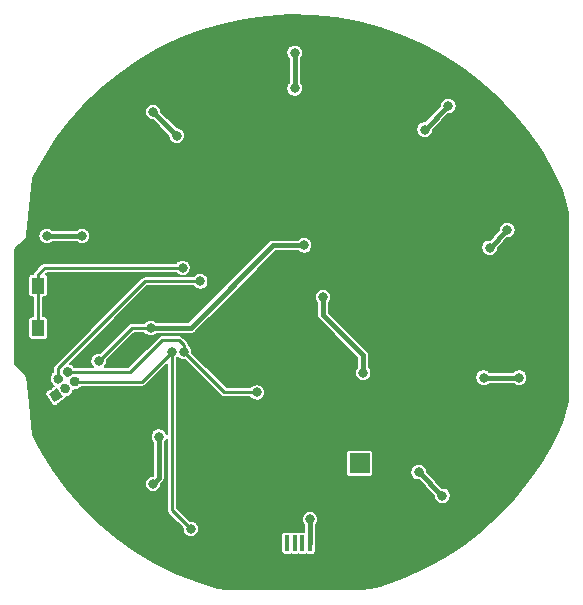
<source format=gbl>
G04 #@! TF.GenerationSoftware,KiCad,Pcbnew,(5.1.10)-1*
G04 #@! TF.CreationDate,2022-01-26T20:28:20-05:00*
G04 #@! TF.ProjectId,FestivalNecklace,46657374-6976-4616-9c4e-65636b6c6163,rev?*
G04 #@! TF.SameCoordinates,Original*
G04 #@! TF.FileFunction,Copper,L2,Bot*
G04 #@! TF.FilePolarity,Positive*
%FSLAX46Y46*%
G04 Gerber Fmt 4.6, Leading zero omitted, Abs format (unit mm)*
G04 Created by KiCad (PCBNEW (5.1.10)-1) date 2022-01-26 20:28:20*
%MOMM*%
%LPD*%
G01*
G04 APERTURE LIST*
G04 #@! TA.AperFunction,ComponentPad*
%ADD10O,1.700000X1.700000*%
G04 #@! TD*
G04 #@! TA.AperFunction,ComponentPad*
%ADD11R,1.700000X1.700000*%
G04 #@! TD*
G04 #@! TA.AperFunction,SMDPad,CuDef*
%ADD12R,1.050000X1.400000*%
G04 #@! TD*
G04 #@! TA.AperFunction,ComponentPad*
%ADD13C,0.150000*%
G04 #@! TD*
G04 #@! TA.AperFunction,SMDPad,CuDef*
%ADD14R,0.400000X1.350000*%
G04 #@! TD*
G04 #@! TA.AperFunction,SMDPad,CuDef*
%ADD15R,2.100000X1.600000*%
G04 #@! TD*
G04 #@! TA.AperFunction,SMDPad,CuDef*
%ADD16R,1.900000X1.900000*%
G04 #@! TD*
G04 #@! TA.AperFunction,SMDPad,CuDef*
%ADD17R,1.800000X1.900000*%
G04 #@! TD*
G04 #@! TA.AperFunction,ViaPad*
%ADD18C,0.800000*%
G04 #@! TD*
G04 #@! TA.AperFunction,Conductor*
%ADD19C,0.400000*%
G04 #@! TD*
G04 #@! TA.AperFunction,Conductor*
%ADD20C,0.250000*%
G04 #@! TD*
G04 #@! TA.AperFunction,Conductor*
%ADD21C,0.200000*%
G04 #@! TD*
G04 #@! TA.AperFunction,Conductor*
%ADD22C,0.150000*%
G04 #@! TD*
G04 APERTURE END LIST*
D10*
X108040000Y-113250000D03*
D11*
X105500000Y-113250000D03*
D12*
X78275000Y-101800000D03*
X79725000Y-101800000D03*
X79725000Y-98200000D03*
X78275000Y-98200000D03*
G04 #@! TA.AperFunction,ComponentPad*
G36*
G01*
X81030058Y-105859245D02*
X81030058Y-105859245D01*
G75*
G02*
X80436417Y-105765222I-249809J343832D01*
G01*
X80436417Y-105765222D01*
G75*
G02*
X80530440Y-105171581I343832J249809D01*
G01*
X80530440Y-105171581D01*
G75*
G02*
X81124081Y-105265604I249809J-343832D01*
G01*
X81124081Y-105265604D01*
G75*
G02*
X81030058Y-105859245I-343832J-249809D01*
G01*
G37*
G04 #@! TD.AperFunction*
G04 #@! TA.AperFunction,ComponentPad*
G36*
G01*
X81617843Y-106668261D02*
X81617843Y-106668261D01*
G75*
G02*
X81024202Y-106574238I-249809J343832D01*
G01*
X81024202Y-106574238D01*
G75*
G02*
X81118225Y-105980597I343832J249809D01*
G01*
X81118225Y-105980597D01*
G75*
G02*
X81711866Y-106074620I249809J-343832D01*
G01*
X81711866Y-106074620D01*
G75*
G02*
X81617843Y-106668261I-343832J-249809D01*
G01*
G37*
G04 #@! TD.AperFunction*
G04 #@! TA.AperFunction,ComponentPad*
G36*
G01*
X80221041Y-106447030D02*
X80221041Y-106447030D01*
G75*
G02*
X79627400Y-106353007I-249809J343832D01*
G01*
X79627400Y-106353007D01*
G75*
G02*
X79721423Y-105759366I343832J249809D01*
G01*
X79721423Y-105759366D01*
G75*
G02*
X80315064Y-105853389I249809J-343832D01*
G01*
X80315064Y-105853389D01*
G75*
G02*
X80221041Y-106447030I-343832J-249809D01*
G01*
G37*
G04 #@! TD.AperFunction*
G04 #@! TA.AperFunction,ComponentPad*
G36*
G01*
X80808826Y-107256047D02*
X80808826Y-107256047D01*
G75*
G02*
X80215185Y-107162024I-249809J343832D01*
G01*
X80215185Y-107162024D01*
G75*
G02*
X80309208Y-106568383I343832J249809D01*
G01*
X80309208Y-106568383D01*
G75*
G02*
X80902849Y-106662406I249809J-343832D01*
G01*
X80902849Y-106662406D01*
G75*
G02*
X80808826Y-107256047I-343832J-249809D01*
G01*
G37*
G04 #@! TD.AperFunction*
G04 #@! TA.AperFunction,ComponentPad*
G36*
G01*
X79412024Y-107034815D02*
X79412024Y-107034815D01*
G75*
G02*
X78818383Y-106940792I-249809J343832D01*
G01*
X78818383Y-106940792D01*
G75*
G02*
X78912406Y-106347151I343832J249809D01*
G01*
X78912406Y-106347151D01*
G75*
G02*
X79506047Y-106441174I249809J-343832D01*
G01*
X79506047Y-106441174D01*
G75*
G02*
X79412024Y-107034815I-343832J-249809D01*
G01*
G37*
G04 #@! TD.AperFunction*
G04 #@! TA.AperFunction,ComponentPad*
D13*
G36*
X80343641Y-107594023D02*
G01*
X79655977Y-108093641D01*
X79156359Y-107405977D01*
X79844023Y-106906359D01*
X80343641Y-107594023D01*
G37*
G04 #@! TD.AperFunction*
D14*
X100000000Y-120000000D03*
X100650000Y-120000000D03*
X99350000Y-120000000D03*
X101300000Y-120000000D03*
X98700000Y-120000000D03*
D15*
X103100000Y-120125000D03*
X96900000Y-120125000D03*
D16*
X101200000Y-122675000D03*
X98800000Y-122675000D03*
D17*
X103800000Y-122675000D03*
X96200000Y-122675000D03*
D18*
X116000000Y-106000000D03*
X119000000Y-106000000D03*
X116500000Y-95000000D03*
X118000000Y-93500000D03*
X111000000Y-85000000D03*
X113000000Y-83000000D03*
X100000000Y-81500000D03*
X100000000Y-78500000D03*
X90000000Y-85500000D03*
X88000000Y-83500000D03*
X82000000Y-94000000D03*
X79000000Y-94000000D03*
X88500000Y-111000000D03*
X88000000Y-115000000D03*
X110500000Y-114000000D03*
X112500000Y-116000000D03*
X99750000Y-105000000D03*
X99750000Y-106000000D03*
X99750000Y-107000000D03*
X101250000Y-103750000D03*
X100250000Y-104000000D03*
X102250000Y-103750000D03*
X103250000Y-103750000D03*
X92000000Y-115500000D03*
X84500000Y-108000000D03*
X87500000Y-88000000D03*
X92500000Y-95500000D03*
X97000000Y-83000000D03*
X108000000Y-84500000D03*
X115500000Y-90000000D03*
X112000000Y-112500000D03*
X102500000Y-117000000D03*
X87000000Y-99750000D03*
X105750000Y-107750000D03*
X101500000Y-108250000D03*
X100250000Y-108000000D03*
X100939820Y-111560202D03*
X107650000Y-105250000D03*
X113250000Y-108650000D03*
X95750000Y-116050006D03*
X105799994Y-100250000D03*
X118350004Y-103850004D03*
X82949942Y-97550000D03*
X108949977Y-109750023D03*
X92000000Y-97850000D03*
X90599996Y-103800000D03*
X96800000Y-107250000D03*
X90499993Y-96699993D03*
X89599993Y-103800000D03*
X91200000Y-118800000D03*
X87800000Y-101800000D03*
X100800000Y-94800000D03*
X83400000Y-104600000D03*
X101300000Y-118000000D03*
X105800000Y-105600000D03*
X102400000Y-99200000D03*
D19*
X116000000Y-106000000D02*
X119000000Y-106000000D01*
X116500000Y-95000000D02*
X118000000Y-93500000D01*
X111000000Y-85000000D02*
X113000000Y-83000000D01*
X100000000Y-81500000D02*
X100000000Y-78500000D01*
X90000000Y-85500000D02*
X88000000Y-83500000D01*
X82000000Y-94000000D02*
X79000000Y-94000000D01*
X88500000Y-111000000D02*
X88500000Y-114500000D01*
X88500000Y-114500000D02*
X88000000Y-115000000D01*
X110500000Y-114000000D02*
X112500000Y-116000000D01*
D20*
X79725000Y-101800000D02*
X79725000Y-98200000D01*
X87335660Y-97850000D02*
X92000000Y-97850000D01*
X79971232Y-105214428D02*
X87335660Y-97850000D01*
X79971232Y-106103198D02*
X79971232Y-105214428D01*
X90599996Y-103234315D02*
X90599996Y-103800000D01*
X90165681Y-102800000D02*
X90599996Y-103234315D01*
X88800000Y-102800000D02*
X90165681Y-102800000D01*
X86084587Y-105515413D02*
X88800000Y-102800000D01*
X80780249Y-105515413D02*
X86084587Y-105515413D01*
X94049996Y-107250000D02*
X96800000Y-107250000D01*
X90599996Y-103800000D02*
X94049996Y-107250000D01*
X78275000Y-98200000D02*
X78275000Y-101800000D01*
X78275000Y-98200000D02*
X78275000Y-97250000D01*
X78275000Y-97250000D02*
X78825007Y-96699993D01*
X78825007Y-96699993D02*
X90499993Y-96699993D01*
X89599993Y-117199993D02*
X91200000Y-118800000D01*
X89599993Y-103800000D02*
X89599993Y-117199993D01*
X87075564Y-106324429D02*
X89599993Y-103800000D01*
X81368034Y-106324429D02*
X87075564Y-106324429D01*
X87800000Y-101800000D02*
X90200000Y-101800000D01*
D19*
X98200000Y-94800000D02*
X100800000Y-94800000D01*
X91200000Y-101800000D02*
X98200000Y-94800000D01*
X87800000Y-101800000D02*
X91200000Y-101800000D01*
D20*
X86200000Y-101800000D02*
X83400000Y-104600000D01*
X87800000Y-101800000D02*
X86200000Y-101800000D01*
D19*
X101300000Y-120000000D02*
X101300000Y-118000000D01*
X102400000Y-100700000D02*
X102400000Y-99200000D01*
X105800000Y-104100000D02*
X102400000Y-100700000D01*
X105800000Y-105600000D02*
X105800000Y-104100000D01*
D21*
X101529359Y-75372692D02*
X103456875Y-75568601D01*
X105363078Y-75915137D01*
X107236220Y-76410164D01*
X109064763Y-77050636D01*
X110837400Y-77832591D01*
X112543234Y-78751222D01*
X114171719Y-79800851D01*
X115712839Y-80975018D01*
X117157096Y-82266491D01*
X118495549Y-83667274D01*
X119719984Y-85168766D01*
X120822844Y-86761705D01*
X121797352Y-88436312D01*
X122622257Y-90148617D01*
X123175001Y-92046372D01*
X123175000Y-107953632D01*
X122622278Y-109851311D01*
X121786807Y-111583536D01*
X120810803Y-113257214D01*
X119706504Y-114849139D01*
X118480702Y-116349522D01*
X117140964Y-117749100D01*
X115695548Y-119039250D01*
X114153358Y-120212018D01*
X112523917Y-121260168D01*
X110817250Y-122177249D01*
X109043897Y-122957595D01*
X107209759Y-123598156D01*
X106921444Y-123684276D01*
X105717822Y-123925000D01*
X94274545Y-123925000D01*
X93538061Y-123813088D01*
X91700889Y-123237211D01*
X89903300Y-122514437D01*
X88167961Y-121652853D01*
X86505569Y-120657772D01*
X84926385Y-119535335D01*
X83440117Y-118292443D01*
X82055961Y-116936784D01*
X80782436Y-115476707D01*
X79627387Y-113921201D01*
X78597409Y-112279016D01*
X77856758Y-110883099D01*
X77480750Y-107417812D01*
X78855140Y-107417812D01*
X78863237Y-107476350D01*
X78882598Y-107532183D01*
X78912480Y-107583166D01*
X79412098Y-108270830D01*
X79451352Y-108315003D01*
X79498469Y-108350670D01*
X79551640Y-108376460D01*
X79608820Y-108391381D01*
X79667812Y-108394860D01*
X79726350Y-108386763D01*
X79782183Y-108367402D01*
X79833166Y-108337520D01*
X80520830Y-107837902D01*
X80565003Y-107798648D01*
X80600670Y-107751531D01*
X80626460Y-107698360D01*
X80641381Y-107641180D01*
X80641748Y-107634962D01*
X80770492Y-107609354D01*
X80902433Y-107554702D01*
X81021178Y-107475359D01*
X81122161Y-107374376D01*
X81201504Y-107255631D01*
X81256156Y-107123690D01*
X81271905Y-107044511D01*
X81296628Y-107049429D01*
X81439440Y-107049429D01*
X81579509Y-107021568D01*
X81711450Y-106966916D01*
X81830195Y-106887573D01*
X81931178Y-106786590D01*
X81956008Y-106749429D01*
X87054697Y-106749429D01*
X87075564Y-106751484D01*
X87096431Y-106749429D01*
X87096438Y-106749429D01*
X87158878Y-106743279D01*
X87238991Y-106718977D01*
X87312824Y-106679513D01*
X87377538Y-106626403D01*
X87390847Y-106610186D01*
X89174993Y-104826041D01*
X89174994Y-110805342D01*
X89173099Y-110795818D01*
X89120332Y-110668426D01*
X89043726Y-110553776D01*
X88946224Y-110456274D01*
X88831574Y-110379668D01*
X88704182Y-110326901D01*
X88568944Y-110300000D01*
X88431056Y-110300000D01*
X88295818Y-110326901D01*
X88168426Y-110379668D01*
X88053776Y-110456274D01*
X87956274Y-110553776D01*
X87879668Y-110668426D01*
X87826901Y-110795818D01*
X87800000Y-110931056D01*
X87800000Y-111068944D01*
X87826901Y-111204182D01*
X87879668Y-111331574D01*
X87956274Y-111446224D01*
X88000000Y-111489950D01*
X88000001Y-114292893D01*
X87992894Y-114300000D01*
X87931056Y-114300000D01*
X87795818Y-114326901D01*
X87668426Y-114379668D01*
X87553776Y-114456274D01*
X87456274Y-114553776D01*
X87379668Y-114668426D01*
X87326901Y-114795818D01*
X87300000Y-114931056D01*
X87300000Y-115068944D01*
X87326901Y-115204182D01*
X87379668Y-115331574D01*
X87456274Y-115446224D01*
X87553776Y-115543726D01*
X87668426Y-115620332D01*
X87795818Y-115673099D01*
X87931056Y-115700000D01*
X88068944Y-115700000D01*
X88204182Y-115673099D01*
X88331574Y-115620332D01*
X88446224Y-115543726D01*
X88543726Y-115446224D01*
X88620332Y-115331574D01*
X88673099Y-115204182D01*
X88700000Y-115068944D01*
X88700000Y-115007106D01*
X88836186Y-114870921D01*
X88855264Y-114855264D01*
X88917746Y-114779129D01*
X88964175Y-114692267D01*
X88992765Y-114598017D01*
X89000000Y-114524560D01*
X89002419Y-114500000D01*
X89000000Y-114475440D01*
X89000000Y-111489950D01*
X89043726Y-111446224D01*
X89120332Y-111331574D01*
X89173099Y-111204182D01*
X89174994Y-111194658D01*
X89174994Y-117179116D01*
X89172938Y-117199993D01*
X89181143Y-117283307D01*
X89194368Y-117326901D01*
X89205446Y-117363420D01*
X89244910Y-117437253D01*
X89264872Y-117461576D01*
X89284113Y-117485021D01*
X89298020Y-117501967D01*
X89314232Y-117515272D01*
X90504980Y-118706020D01*
X90500000Y-118731056D01*
X90500000Y-118868944D01*
X90526901Y-119004182D01*
X90579668Y-119131574D01*
X90656274Y-119246224D01*
X90753776Y-119343726D01*
X90868426Y-119420332D01*
X90995818Y-119473099D01*
X91131056Y-119500000D01*
X91268944Y-119500000D01*
X91404182Y-119473099D01*
X91531574Y-119420332D01*
X91646224Y-119343726D01*
X91664950Y-119325000D01*
X98848549Y-119325000D01*
X98848549Y-120675000D01*
X98854341Y-120733810D01*
X98871496Y-120790360D01*
X98899353Y-120842477D01*
X98936842Y-120888158D01*
X98982523Y-120925647D01*
X99034640Y-120953504D01*
X99091190Y-120970659D01*
X99150000Y-120976451D01*
X99550000Y-120976451D01*
X99608810Y-120970659D01*
X99665360Y-120953504D01*
X99675000Y-120948351D01*
X99684640Y-120953504D01*
X99741190Y-120970659D01*
X99800000Y-120976451D01*
X100200000Y-120976451D01*
X100258810Y-120970659D01*
X100315360Y-120953504D01*
X100325000Y-120948351D01*
X100334640Y-120953504D01*
X100391190Y-120970659D01*
X100450000Y-120976451D01*
X100850000Y-120976451D01*
X100908810Y-120970659D01*
X100965360Y-120953504D01*
X100975000Y-120948351D01*
X100984640Y-120953504D01*
X101041190Y-120970659D01*
X101100000Y-120976451D01*
X101500000Y-120976451D01*
X101558810Y-120970659D01*
X101615360Y-120953504D01*
X101667477Y-120925647D01*
X101713158Y-120888158D01*
X101750647Y-120842477D01*
X101778504Y-120790360D01*
X101795659Y-120733810D01*
X101801451Y-120675000D01*
X101801451Y-119325000D01*
X101800000Y-119310267D01*
X101800000Y-118489950D01*
X101843726Y-118446224D01*
X101920332Y-118331574D01*
X101973099Y-118204182D01*
X102000000Y-118068944D01*
X102000000Y-117931056D01*
X101973099Y-117795818D01*
X101920332Y-117668426D01*
X101843726Y-117553776D01*
X101746224Y-117456274D01*
X101631574Y-117379668D01*
X101504182Y-117326901D01*
X101368944Y-117300000D01*
X101231056Y-117300000D01*
X101095818Y-117326901D01*
X100968426Y-117379668D01*
X100853776Y-117456274D01*
X100756274Y-117553776D01*
X100679668Y-117668426D01*
X100626901Y-117795818D01*
X100600000Y-117931056D01*
X100600000Y-118068944D01*
X100626901Y-118204182D01*
X100679668Y-118331574D01*
X100756274Y-118446224D01*
X100800001Y-118489951D01*
X100800000Y-119023549D01*
X100450000Y-119023549D01*
X100391190Y-119029341D01*
X100334640Y-119046496D01*
X100325000Y-119051649D01*
X100315360Y-119046496D01*
X100258810Y-119029341D01*
X100200000Y-119023549D01*
X99800000Y-119023549D01*
X99741190Y-119029341D01*
X99684640Y-119046496D01*
X99675000Y-119051649D01*
X99665360Y-119046496D01*
X99608810Y-119029341D01*
X99550000Y-119023549D01*
X99150000Y-119023549D01*
X99091190Y-119029341D01*
X99034640Y-119046496D01*
X98982523Y-119074353D01*
X98936842Y-119111842D01*
X98899353Y-119157523D01*
X98871496Y-119209640D01*
X98854341Y-119266190D01*
X98848549Y-119325000D01*
X91664950Y-119325000D01*
X91743726Y-119246224D01*
X91820332Y-119131574D01*
X91873099Y-119004182D01*
X91900000Y-118868944D01*
X91900000Y-118731056D01*
X91873099Y-118595818D01*
X91820332Y-118468426D01*
X91743726Y-118353776D01*
X91646224Y-118256274D01*
X91531574Y-118179668D01*
X91404182Y-118126901D01*
X91268944Y-118100000D01*
X91131056Y-118100000D01*
X91106020Y-118104980D01*
X90024993Y-117023953D01*
X90024993Y-112400000D01*
X104348549Y-112400000D01*
X104348549Y-114100000D01*
X104354341Y-114158810D01*
X104371496Y-114215360D01*
X104399353Y-114267477D01*
X104436842Y-114313158D01*
X104482523Y-114350647D01*
X104534640Y-114378504D01*
X104591190Y-114395659D01*
X104650000Y-114401451D01*
X106350000Y-114401451D01*
X106408810Y-114395659D01*
X106465360Y-114378504D01*
X106517477Y-114350647D01*
X106563158Y-114313158D01*
X106600647Y-114267477D01*
X106628504Y-114215360D01*
X106645659Y-114158810D01*
X106651451Y-114100000D01*
X106651451Y-113931056D01*
X109800000Y-113931056D01*
X109800000Y-114068944D01*
X109826901Y-114204182D01*
X109879668Y-114331574D01*
X109956274Y-114446224D01*
X110053776Y-114543726D01*
X110168426Y-114620332D01*
X110295818Y-114673099D01*
X110431056Y-114700000D01*
X110492895Y-114700000D01*
X111800000Y-116007106D01*
X111800000Y-116068944D01*
X111826901Y-116204182D01*
X111879668Y-116331574D01*
X111956274Y-116446224D01*
X112053776Y-116543726D01*
X112168426Y-116620332D01*
X112295818Y-116673099D01*
X112431056Y-116700000D01*
X112568944Y-116700000D01*
X112704182Y-116673099D01*
X112831574Y-116620332D01*
X112946224Y-116543726D01*
X113043726Y-116446224D01*
X113120332Y-116331574D01*
X113173099Y-116204182D01*
X113200000Y-116068944D01*
X113200000Y-115931056D01*
X113173099Y-115795818D01*
X113120332Y-115668426D01*
X113043726Y-115553776D01*
X112946224Y-115456274D01*
X112831574Y-115379668D01*
X112704182Y-115326901D01*
X112568944Y-115300000D01*
X112507106Y-115300000D01*
X111200000Y-113992895D01*
X111200000Y-113931056D01*
X111173099Y-113795818D01*
X111120332Y-113668426D01*
X111043726Y-113553776D01*
X110946224Y-113456274D01*
X110831574Y-113379668D01*
X110704182Y-113326901D01*
X110568944Y-113300000D01*
X110431056Y-113300000D01*
X110295818Y-113326901D01*
X110168426Y-113379668D01*
X110053776Y-113456274D01*
X109956274Y-113553776D01*
X109879668Y-113668426D01*
X109826901Y-113795818D01*
X109800000Y-113931056D01*
X106651451Y-113931056D01*
X106651451Y-112400000D01*
X106645659Y-112341190D01*
X106628504Y-112284640D01*
X106600647Y-112232523D01*
X106563158Y-112186842D01*
X106517477Y-112149353D01*
X106465360Y-112121496D01*
X106408810Y-112104341D01*
X106350000Y-112098549D01*
X104650000Y-112098549D01*
X104591190Y-112104341D01*
X104534640Y-112121496D01*
X104482523Y-112149353D01*
X104436842Y-112186842D01*
X104399353Y-112232523D01*
X104371496Y-112284640D01*
X104354341Y-112341190D01*
X104348549Y-112400000D01*
X90024993Y-112400000D01*
X90024993Y-104357907D01*
X90046217Y-104343726D01*
X90099995Y-104289949D01*
X90153772Y-104343726D01*
X90268422Y-104420332D01*
X90395814Y-104473099D01*
X90531052Y-104500000D01*
X90668940Y-104500000D01*
X90693976Y-104495020D01*
X93734717Y-107535762D01*
X93748022Y-107551974D01*
X93812736Y-107605084D01*
X93860851Y-107630801D01*
X93886568Y-107644548D01*
X93966681Y-107668850D01*
X93974323Y-107669603D01*
X94029122Y-107675000D01*
X94029129Y-107675000D01*
X94049996Y-107677055D01*
X94070863Y-107675000D01*
X96242093Y-107675000D01*
X96256274Y-107696224D01*
X96353776Y-107793726D01*
X96468426Y-107870332D01*
X96595818Y-107923099D01*
X96731056Y-107950000D01*
X96868944Y-107950000D01*
X97004182Y-107923099D01*
X97131574Y-107870332D01*
X97246224Y-107793726D01*
X97343726Y-107696224D01*
X97420332Y-107581574D01*
X97473099Y-107454182D01*
X97500000Y-107318944D01*
X97500000Y-107181056D01*
X97473099Y-107045818D01*
X97420332Y-106918426D01*
X97343726Y-106803776D01*
X97246224Y-106706274D01*
X97131574Y-106629668D01*
X97004182Y-106576901D01*
X96868944Y-106550000D01*
X96731056Y-106550000D01*
X96595818Y-106576901D01*
X96468426Y-106629668D01*
X96353776Y-106706274D01*
X96256274Y-106803776D01*
X96242093Y-106825000D01*
X94226037Y-106825000D01*
X91295016Y-103893980D01*
X91299996Y-103868944D01*
X91299996Y-103731056D01*
X91273095Y-103595818D01*
X91220328Y-103468426D01*
X91143722Y-103353776D01*
X91046220Y-103256274D01*
X91026205Y-103242901D01*
X91027051Y-103234314D01*
X91024996Y-103213447D01*
X91024996Y-103213441D01*
X91018846Y-103151001D01*
X90994544Y-103070888D01*
X90955080Y-102997055D01*
X90901970Y-102932341D01*
X90885759Y-102919037D01*
X90480964Y-102514243D01*
X90467655Y-102498026D01*
X90402941Y-102444916D01*
X90329108Y-102405452D01*
X90248995Y-102381150D01*
X90186555Y-102375000D01*
X90186548Y-102375000D01*
X90165681Y-102372945D01*
X90144814Y-102375000D01*
X88820867Y-102375000D01*
X88800000Y-102372945D01*
X88779133Y-102375000D01*
X88779126Y-102375000D01*
X88724327Y-102380397D01*
X88716685Y-102381150D01*
X88692383Y-102388522D01*
X88636573Y-102405452D01*
X88562740Y-102444916D01*
X88498026Y-102498026D01*
X88484721Y-102514238D01*
X85908547Y-105090413D01*
X83899537Y-105090413D01*
X83943726Y-105046224D01*
X84020332Y-104931574D01*
X84073099Y-104804182D01*
X84100000Y-104668944D01*
X84100000Y-104531056D01*
X84095020Y-104506020D01*
X86376041Y-102225000D01*
X87242093Y-102225000D01*
X87256274Y-102246224D01*
X87353776Y-102343726D01*
X87468426Y-102420332D01*
X87595818Y-102473099D01*
X87731056Y-102500000D01*
X87868944Y-102500000D01*
X88004182Y-102473099D01*
X88131574Y-102420332D01*
X88246224Y-102343726D01*
X88289950Y-102300000D01*
X91175440Y-102300000D01*
X91200000Y-102302419D01*
X91224560Y-102300000D01*
X91298017Y-102292765D01*
X91392267Y-102264175D01*
X91479129Y-102217746D01*
X91555264Y-102155264D01*
X91570929Y-102136176D01*
X94576049Y-99131056D01*
X101700000Y-99131056D01*
X101700000Y-99268944D01*
X101726901Y-99404182D01*
X101779668Y-99531574D01*
X101856274Y-99646224D01*
X101900001Y-99689951D01*
X101900000Y-100675440D01*
X101897581Y-100700000D01*
X101907235Y-100798017D01*
X101914357Y-100821496D01*
X101935825Y-100892266D01*
X101982254Y-100979129D01*
X102044736Y-101055264D01*
X102063824Y-101070929D01*
X105300001Y-104307107D01*
X105300000Y-105110050D01*
X105256274Y-105153776D01*
X105179668Y-105268426D01*
X105126901Y-105395818D01*
X105100000Y-105531056D01*
X105100000Y-105668944D01*
X105126901Y-105804182D01*
X105179668Y-105931574D01*
X105256274Y-106046224D01*
X105353776Y-106143726D01*
X105468426Y-106220332D01*
X105595818Y-106273099D01*
X105731056Y-106300000D01*
X105868944Y-106300000D01*
X106004182Y-106273099D01*
X106131574Y-106220332D01*
X106246224Y-106143726D01*
X106343726Y-106046224D01*
X106420332Y-105931574D01*
X106420546Y-105931056D01*
X115300000Y-105931056D01*
X115300000Y-106068944D01*
X115326901Y-106204182D01*
X115379668Y-106331574D01*
X115456274Y-106446224D01*
X115553776Y-106543726D01*
X115668426Y-106620332D01*
X115795818Y-106673099D01*
X115931056Y-106700000D01*
X116068944Y-106700000D01*
X116204182Y-106673099D01*
X116331574Y-106620332D01*
X116446224Y-106543726D01*
X116489950Y-106500000D01*
X118510050Y-106500000D01*
X118553776Y-106543726D01*
X118668426Y-106620332D01*
X118795818Y-106673099D01*
X118931056Y-106700000D01*
X119068944Y-106700000D01*
X119204182Y-106673099D01*
X119331574Y-106620332D01*
X119446224Y-106543726D01*
X119543726Y-106446224D01*
X119620332Y-106331574D01*
X119673099Y-106204182D01*
X119700000Y-106068944D01*
X119700000Y-105931056D01*
X119673099Y-105795818D01*
X119620332Y-105668426D01*
X119543726Y-105553776D01*
X119446224Y-105456274D01*
X119331574Y-105379668D01*
X119204182Y-105326901D01*
X119068944Y-105300000D01*
X118931056Y-105300000D01*
X118795818Y-105326901D01*
X118668426Y-105379668D01*
X118553776Y-105456274D01*
X118510050Y-105500000D01*
X116489950Y-105500000D01*
X116446224Y-105456274D01*
X116331574Y-105379668D01*
X116204182Y-105326901D01*
X116068944Y-105300000D01*
X115931056Y-105300000D01*
X115795818Y-105326901D01*
X115668426Y-105379668D01*
X115553776Y-105456274D01*
X115456274Y-105553776D01*
X115379668Y-105668426D01*
X115326901Y-105795818D01*
X115300000Y-105931056D01*
X106420546Y-105931056D01*
X106473099Y-105804182D01*
X106500000Y-105668944D01*
X106500000Y-105531056D01*
X106473099Y-105395818D01*
X106420332Y-105268426D01*
X106343726Y-105153776D01*
X106300000Y-105110050D01*
X106300000Y-104124557D01*
X106302419Y-104099999D01*
X106298112Y-104056274D01*
X106292765Y-104001983D01*
X106264175Y-103907733D01*
X106217746Y-103820871D01*
X106155264Y-103744736D01*
X106136181Y-103729075D01*
X102900000Y-100492895D01*
X102900000Y-99689950D01*
X102943726Y-99646224D01*
X103020332Y-99531574D01*
X103073099Y-99404182D01*
X103100000Y-99268944D01*
X103100000Y-99131056D01*
X103073099Y-98995818D01*
X103020332Y-98868426D01*
X102943726Y-98753776D01*
X102846224Y-98656274D01*
X102731574Y-98579668D01*
X102604182Y-98526901D01*
X102468944Y-98500000D01*
X102331056Y-98500000D01*
X102195818Y-98526901D01*
X102068426Y-98579668D01*
X101953776Y-98656274D01*
X101856274Y-98753776D01*
X101779668Y-98868426D01*
X101726901Y-98995818D01*
X101700000Y-99131056D01*
X94576049Y-99131056D01*
X98407106Y-95300000D01*
X100310050Y-95300000D01*
X100353776Y-95343726D01*
X100468426Y-95420332D01*
X100595818Y-95473099D01*
X100731056Y-95500000D01*
X100868944Y-95500000D01*
X101004182Y-95473099D01*
X101131574Y-95420332D01*
X101246224Y-95343726D01*
X101343726Y-95246224D01*
X101420332Y-95131574D01*
X101473099Y-95004182D01*
X101487644Y-94931056D01*
X115800000Y-94931056D01*
X115800000Y-95068944D01*
X115826901Y-95204182D01*
X115879668Y-95331574D01*
X115956274Y-95446224D01*
X116053776Y-95543726D01*
X116168426Y-95620332D01*
X116295818Y-95673099D01*
X116431056Y-95700000D01*
X116568944Y-95700000D01*
X116704182Y-95673099D01*
X116831574Y-95620332D01*
X116946224Y-95543726D01*
X117043726Y-95446224D01*
X117120332Y-95331574D01*
X117173099Y-95204182D01*
X117200000Y-95068944D01*
X117200000Y-95007105D01*
X118007107Y-94200000D01*
X118068944Y-94200000D01*
X118204182Y-94173099D01*
X118331574Y-94120332D01*
X118446224Y-94043726D01*
X118543726Y-93946224D01*
X118620332Y-93831574D01*
X118673099Y-93704182D01*
X118700000Y-93568944D01*
X118700000Y-93431056D01*
X118673099Y-93295818D01*
X118620332Y-93168426D01*
X118543726Y-93053776D01*
X118446224Y-92956274D01*
X118331574Y-92879668D01*
X118204182Y-92826901D01*
X118068944Y-92800000D01*
X117931056Y-92800000D01*
X117795818Y-92826901D01*
X117668426Y-92879668D01*
X117553776Y-92956274D01*
X117456274Y-93053776D01*
X117379668Y-93168426D01*
X117326901Y-93295818D01*
X117300000Y-93431056D01*
X117300000Y-93492893D01*
X116492895Y-94300000D01*
X116431056Y-94300000D01*
X116295818Y-94326901D01*
X116168426Y-94379668D01*
X116053776Y-94456274D01*
X115956274Y-94553776D01*
X115879668Y-94668426D01*
X115826901Y-94795818D01*
X115800000Y-94931056D01*
X101487644Y-94931056D01*
X101500000Y-94868944D01*
X101500000Y-94731056D01*
X101473099Y-94595818D01*
X101420332Y-94468426D01*
X101343726Y-94353776D01*
X101246224Y-94256274D01*
X101131574Y-94179668D01*
X101004182Y-94126901D01*
X100868944Y-94100000D01*
X100731056Y-94100000D01*
X100595818Y-94126901D01*
X100468426Y-94179668D01*
X100353776Y-94256274D01*
X100310050Y-94300000D01*
X98224560Y-94300000D01*
X98200000Y-94297581D01*
X98175440Y-94300000D01*
X98101983Y-94307235D01*
X98007733Y-94335825D01*
X97920871Y-94382254D01*
X97844736Y-94444736D01*
X97829075Y-94463819D01*
X90992895Y-101300000D01*
X88289950Y-101300000D01*
X88246224Y-101256274D01*
X88131574Y-101179668D01*
X88004182Y-101126901D01*
X87868944Y-101100000D01*
X87731056Y-101100000D01*
X87595818Y-101126901D01*
X87468426Y-101179668D01*
X87353776Y-101256274D01*
X87256274Y-101353776D01*
X87242093Y-101375000D01*
X86220867Y-101375000D01*
X86200000Y-101372945D01*
X86179133Y-101375000D01*
X86179126Y-101375000D01*
X86124327Y-101380397D01*
X86116685Y-101381150D01*
X86092383Y-101388522D01*
X86036573Y-101405452D01*
X85962740Y-101444916D01*
X85898026Y-101498026D01*
X85884721Y-101514238D01*
X83493980Y-103904980D01*
X83468944Y-103900000D01*
X83331056Y-103900000D01*
X83195818Y-103926901D01*
X83068426Y-103979668D01*
X82953776Y-104056274D01*
X82856274Y-104153776D01*
X82779668Y-104268426D01*
X82726901Y-104395818D01*
X82700000Y-104531056D01*
X82700000Y-104668944D01*
X82726901Y-104804182D01*
X82779668Y-104931574D01*
X82856274Y-105046224D01*
X82900463Y-105090413D01*
X81368223Y-105090413D01*
X81343393Y-105053252D01*
X81242410Y-104952269D01*
X81123665Y-104872926D01*
X80991724Y-104818274D01*
X80972291Y-104814409D01*
X87511701Y-98275000D01*
X91442093Y-98275000D01*
X91456274Y-98296224D01*
X91553776Y-98393726D01*
X91668426Y-98470332D01*
X91795818Y-98523099D01*
X91931056Y-98550000D01*
X92068944Y-98550000D01*
X92204182Y-98523099D01*
X92331574Y-98470332D01*
X92446224Y-98393726D01*
X92543726Y-98296224D01*
X92620332Y-98181574D01*
X92673099Y-98054182D01*
X92700000Y-97918944D01*
X92700000Y-97781056D01*
X92673099Y-97645818D01*
X92620332Y-97518426D01*
X92543726Y-97403776D01*
X92446224Y-97306274D01*
X92331574Y-97229668D01*
X92204182Y-97176901D01*
X92068944Y-97150000D01*
X91931056Y-97150000D01*
X91795818Y-97176901D01*
X91668426Y-97229668D01*
X91553776Y-97306274D01*
X91456274Y-97403776D01*
X91442093Y-97425000D01*
X87356527Y-97425000D01*
X87335660Y-97422945D01*
X87314793Y-97425000D01*
X87314786Y-97425000D01*
X87259987Y-97430397D01*
X87252345Y-97431150D01*
X87228043Y-97438522D01*
X87172233Y-97455452D01*
X87098400Y-97494916D01*
X87033686Y-97548026D01*
X87020381Y-97564238D01*
X79685471Y-104899149D01*
X79669259Y-104912454D01*
X79616149Y-104977168D01*
X79595415Y-105015960D01*
X79576685Y-105051001D01*
X79552382Y-105131114D01*
X79544177Y-105214428D01*
X79546233Y-105235304D01*
X79546233Y-105515223D01*
X79509071Y-105540054D01*
X79408088Y-105641037D01*
X79328745Y-105759782D01*
X79274093Y-105891723D01*
X79246232Y-106031792D01*
X79246232Y-106174604D01*
X79274093Y-106314673D01*
X79328745Y-106446614D01*
X79408088Y-106565359D01*
X79509071Y-106666342D01*
X79588484Y-106719404D01*
X78979170Y-107162098D01*
X78934997Y-107201352D01*
X78899330Y-107248469D01*
X78873540Y-107301640D01*
X78858619Y-107358820D01*
X78855140Y-107417812D01*
X77480750Y-107417812D01*
X77323274Y-105966521D01*
X77320297Y-105936289D01*
X77315170Y-105919386D01*
X77311555Y-105902110D01*
X77305903Y-105888839D01*
X77301713Y-105875026D01*
X77293385Y-105859445D01*
X77286470Y-105843209D01*
X77278339Y-105831297D01*
X77271534Y-105818566D01*
X77260329Y-105804912D01*
X77250378Y-105790334D01*
X77228792Y-105769172D01*
X76325000Y-104865382D01*
X76325000Y-97500000D01*
X77448549Y-97500000D01*
X77448549Y-98900000D01*
X77454341Y-98958810D01*
X77471496Y-99015360D01*
X77499353Y-99067477D01*
X77536842Y-99113158D01*
X77582523Y-99150647D01*
X77634640Y-99178504D01*
X77691190Y-99195659D01*
X77750000Y-99201451D01*
X77850000Y-99201451D01*
X77850001Y-100798549D01*
X77750000Y-100798549D01*
X77691190Y-100804341D01*
X77634640Y-100821496D01*
X77582523Y-100849353D01*
X77536842Y-100886842D01*
X77499353Y-100932523D01*
X77471496Y-100984640D01*
X77454341Y-101041190D01*
X77448549Y-101100000D01*
X77448549Y-102500000D01*
X77454341Y-102558810D01*
X77471496Y-102615360D01*
X77499353Y-102667477D01*
X77536842Y-102713158D01*
X77582523Y-102750647D01*
X77634640Y-102778504D01*
X77691190Y-102795659D01*
X77750000Y-102801451D01*
X78800000Y-102801451D01*
X78858810Y-102795659D01*
X78915360Y-102778504D01*
X78967477Y-102750647D01*
X79013158Y-102713158D01*
X79050647Y-102667477D01*
X79078504Y-102615360D01*
X79095659Y-102558810D01*
X79101451Y-102500000D01*
X79101451Y-101100000D01*
X79095659Y-101041190D01*
X79078504Y-100984640D01*
X79050647Y-100932523D01*
X79013158Y-100886842D01*
X78967477Y-100849353D01*
X78915360Y-100821496D01*
X78858810Y-100804341D01*
X78800000Y-100798549D01*
X78700000Y-100798549D01*
X78700000Y-99201451D01*
X78800000Y-99201451D01*
X78858810Y-99195659D01*
X78915360Y-99178504D01*
X78967477Y-99150647D01*
X79013158Y-99113158D01*
X79050647Y-99067477D01*
X79078504Y-99015360D01*
X79095659Y-98958810D01*
X79101451Y-98900000D01*
X79101451Y-97500000D01*
X79095659Y-97441190D01*
X79078504Y-97384640D01*
X79050647Y-97332523D01*
X79013158Y-97286842D01*
X78967477Y-97249353D01*
X78915360Y-97221496D01*
X78907062Y-97218979D01*
X79001048Y-97124993D01*
X89942086Y-97124993D01*
X89956267Y-97146217D01*
X90053769Y-97243719D01*
X90168419Y-97320325D01*
X90295811Y-97373092D01*
X90431049Y-97399993D01*
X90568937Y-97399993D01*
X90704175Y-97373092D01*
X90831567Y-97320325D01*
X90946217Y-97243719D01*
X91043719Y-97146217D01*
X91120325Y-97031567D01*
X91173092Y-96904175D01*
X91199993Y-96768937D01*
X91199993Y-96631049D01*
X91173092Y-96495811D01*
X91120325Y-96368419D01*
X91043719Y-96253769D01*
X90946217Y-96156267D01*
X90831567Y-96079661D01*
X90704175Y-96026894D01*
X90568937Y-95999993D01*
X90431049Y-95999993D01*
X90295811Y-96026894D01*
X90168419Y-96079661D01*
X90053769Y-96156267D01*
X89956267Y-96253769D01*
X89942086Y-96274993D01*
X78845873Y-96274993D01*
X78825006Y-96272938D01*
X78804139Y-96274993D01*
X78804133Y-96274993D01*
X78750105Y-96280314D01*
X78741692Y-96281143D01*
X78717390Y-96288515D01*
X78661580Y-96305445D01*
X78587747Y-96344909D01*
X78523033Y-96398019D01*
X78509728Y-96414231D01*
X77989239Y-96934721D01*
X77973027Y-96948026D01*
X77919917Y-97012740D01*
X77909854Y-97031567D01*
X77880453Y-97086573D01*
X77856150Y-97166686D01*
X77853012Y-97198549D01*
X77750000Y-97198549D01*
X77691190Y-97204341D01*
X77634640Y-97221496D01*
X77582523Y-97249353D01*
X77536842Y-97286842D01*
X77499353Y-97332523D01*
X77471496Y-97384640D01*
X77454341Y-97441190D01*
X77448549Y-97500000D01*
X76325000Y-97500000D01*
X76325000Y-95134618D01*
X77228792Y-94230828D01*
X77250378Y-94209666D01*
X77260329Y-94195088D01*
X77271534Y-94181434D01*
X77278339Y-94168703D01*
X77286470Y-94156791D01*
X77293385Y-94140555D01*
X77301713Y-94124974D01*
X77305903Y-94111161D01*
X77311555Y-94097890D01*
X77315170Y-94080614D01*
X77320297Y-94063711D01*
X77323274Y-94033479D01*
X77334387Y-93931056D01*
X78300000Y-93931056D01*
X78300000Y-94068944D01*
X78326901Y-94204182D01*
X78379668Y-94331574D01*
X78456274Y-94446224D01*
X78553776Y-94543726D01*
X78668426Y-94620332D01*
X78795818Y-94673099D01*
X78931056Y-94700000D01*
X79068944Y-94700000D01*
X79204182Y-94673099D01*
X79331574Y-94620332D01*
X79446224Y-94543726D01*
X79489950Y-94500000D01*
X81510050Y-94500000D01*
X81553776Y-94543726D01*
X81668426Y-94620332D01*
X81795818Y-94673099D01*
X81931056Y-94700000D01*
X82068944Y-94700000D01*
X82204182Y-94673099D01*
X82331574Y-94620332D01*
X82446224Y-94543726D01*
X82543726Y-94446224D01*
X82620332Y-94331574D01*
X82673099Y-94204182D01*
X82700000Y-94068944D01*
X82700000Y-93931056D01*
X82673099Y-93795818D01*
X82620332Y-93668426D01*
X82543726Y-93553776D01*
X82446224Y-93456274D01*
X82331574Y-93379668D01*
X82204182Y-93326901D01*
X82068944Y-93300000D01*
X81931056Y-93300000D01*
X81795818Y-93326901D01*
X81668426Y-93379668D01*
X81553776Y-93456274D01*
X81510050Y-93500000D01*
X79489950Y-93500000D01*
X79446224Y-93456274D01*
X79331574Y-93379668D01*
X79204182Y-93326901D01*
X79068944Y-93300000D01*
X78931056Y-93300000D01*
X78795818Y-93326901D01*
X78668426Y-93379668D01*
X78553776Y-93456274D01*
X78456274Y-93553776D01*
X78379668Y-93668426D01*
X78326901Y-93795818D01*
X78300000Y-93931056D01*
X77334387Y-93931056D01*
X77856646Y-89117932D01*
X78751222Y-87456766D01*
X79800851Y-85828281D01*
X80975018Y-84287161D01*
X81740557Y-83431056D01*
X87300000Y-83431056D01*
X87300000Y-83568944D01*
X87326901Y-83704182D01*
X87379668Y-83831574D01*
X87456274Y-83946224D01*
X87553776Y-84043726D01*
X87668426Y-84120332D01*
X87795818Y-84173099D01*
X87931056Y-84200000D01*
X87992895Y-84200000D01*
X89300000Y-85507106D01*
X89300000Y-85568944D01*
X89326901Y-85704182D01*
X89379668Y-85831574D01*
X89456274Y-85946224D01*
X89553776Y-86043726D01*
X89668426Y-86120332D01*
X89795818Y-86173099D01*
X89931056Y-86200000D01*
X90068944Y-86200000D01*
X90204182Y-86173099D01*
X90331574Y-86120332D01*
X90446224Y-86043726D01*
X90543726Y-85946224D01*
X90620332Y-85831574D01*
X90673099Y-85704182D01*
X90700000Y-85568944D01*
X90700000Y-85431056D01*
X90673099Y-85295818D01*
X90620332Y-85168426D01*
X90543726Y-85053776D01*
X90446224Y-84956274D01*
X90408483Y-84931056D01*
X110300000Y-84931056D01*
X110300000Y-85068944D01*
X110326901Y-85204182D01*
X110379668Y-85331574D01*
X110456274Y-85446224D01*
X110553776Y-85543726D01*
X110668426Y-85620332D01*
X110795818Y-85673099D01*
X110931056Y-85700000D01*
X111068944Y-85700000D01*
X111204182Y-85673099D01*
X111331574Y-85620332D01*
X111446224Y-85543726D01*
X111543726Y-85446224D01*
X111620332Y-85331574D01*
X111673099Y-85204182D01*
X111700000Y-85068944D01*
X111700000Y-85007105D01*
X113007106Y-83700000D01*
X113068944Y-83700000D01*
X113204182Y-83673099D01*
X113331574Y-83620332D01*
X113446224Y-83543726D01*
X113543726Y-83446224D01*
X113620332Y-83331574D01*
X113673099Y-83204182D01*
X113700000Y-83068944D01*
X113700000Y-82931056D01*
X113673099Y-82795818D01*
X113620332Y-82668426D01*
X113543726Y-82553776D01*
X113446224Y-82456274D01*
X113331574Y-82379668D01*
X113204182Y-82326901D01*
X113068944Y-82300000D01*
X112931056Y-82300000D01*
X112795818Y-82326901D01*
X112668426Y-82379668D01*
X112553776Y-82456274D01*
X112456274Y-82553776D01*
X112379668Y-82668426D01*
X112326901Y-82795818D01*
X112300000Y-82931056D01*
X112300000Y-82992894D01*
X110992895Y-84300000D01*
X110931056Y-84300000D01*
X110795818Y-84326901D01*
X110668426Y-84379668D01*
X110553776Y-84456274D01*
X110456274Y-84553776D01*
X110379668Y-84668426D01*
X110326901Y-84795818D01*
X110300000Y-84931056D01*
X90408483Y-84931056D01*
X90331574Y-84879668D01*
X90204182Y-84826901D01*
X90068944Y-84800000D01*
X90007106Y-84800000D01*
X88700000Y-83492895D01*
X88700000Y-83431056D01*
X88673099Y-83295818D01*
X88620332Y-83168426D01*
X88543726Y-83053776D01*
X88446224Y-82956274D01*
X88331574Y-82879668D01*
X88204182Y-82826901D01*
X88068944Y-82800000D01*
X87931056Y-82800000D01*
X87795818Y-82826901D01*
X87668426Y-82879668D01*
X87553776Y-82956274D01*
X87456274Y-83053776D01*
X87379668Y-83168426D01*
X87326901Y-83295818D01*
X87300000Y-83431056D01*
X81740557Y-83431056D01*
X82266491Y-82842904D01*
X83667274Y-81504451D01*
X85168766Y-80280016D01*
X86761705Y-79177156D01*
X88043813Y-78431056D01*
X99300000Y-78431056D01*
X99300000Y-78568944D01*
X99326901Y-78704182D01*
X99379668Y-78831574D01*
X99456274Y-78946224D01*
X99500001Y-78989951D01*
X99500000Y-81010050D01*
X99456274Y-81053776D01*
X99379668Y-81168426D01*
X99326901Y-81295818D01*
X99300000Y-81431056D01*
X99300000Y-81568944D01*
X99326901Y-81704182D01*
X99379668Y-81831574D01*
X99456274Y-81946224D01*
X99553776Y-82043726D01*
X99668426Y-82120332D01*
X99795818Y-82173099D01*
X99931056Y-82200000D01*
X100068944Y-82200000D01*
X100204182Y-82173099D01*
X100331574Y-82120332D01*
X100446224Y-82043726D01*
X100543726Y-81946224D01*
X100620332Y-81831574D01*
X100673099Y-81704182D01*
X100700000Y-81568944D01*
X100700000Y-81431056D01*
X100673099Y-81295818D01*
X100620332Y-81168426D01*
X100543726Y-81053776D01*
X100500000Y-81010050D01*
X100500000Y-78989950D01*
X100543726Y-78946224D01*
X100620332Y-78831574D01*
X100673099Y-78704182D01*
X100700000Y-78568944D01*
X100700000Y-78431056D01*
X100673099Y-78295818D01*
X100620332Y-78168426D01*
X100543726Y-78053776D01*
X100446224Y-77956274D01*
X100331574Y-77879668D01*
X100204182Y-77826901D01*
X100068944Y-77800000D01*
X99931056Y-77800000D01*
X99795818Y-77826901D01*
X99668426Y-77879668D01*
X99553776Y-77956274D01*
X99456274Y-78053776D01*
X99379668Y-78168426D01*
X99326901Y-78295818D01*
X99300000Y-78431056D01*
X88043813Y-78431056D01*
X88436249Y-78202685D01*
X90182105Y-77362593D01*
X91988481Y-76662073D01*
X93844254Y-76105439D01*
X95737964Y-75696125D01*
X97657968Y-75436650D01*
X99592398Y-75328617D01*
X101529359Y-75372692D01*
G04 #@! TA.AperFunction,Conductor*
D22*
G36*
X101529359Y-75372692D02*
G01*
X103456875Y-75568601D01*
X105363078Y-75915137D01*
X107236220Y-76410164D01*
X109064763Y-77050636D01*
X110837400Y-77832591D01*
X112543234Y-78751222D01*
X114171719Y-79800851D01*
X115712839Y-80975018D01*
X117157096Y-82266491D01*
X118495549Y-83667274D01*
X119719984Y-85168766D01*
X120822844Y-86761705D01*
X121797352Y-88436312D01*
X122622257Y-90148617D01*
X123175001Y-92046372D01*
X123175000Y-107953632D01*
X122622278Y-109851311D01*
X121786807Y-111583536D01*
X120810803Y-113257214D01*
X119706504Y-114849139D01*
X118480702Y-116349522D01*
X117140964Y-117749100D01*
X115695548Y-119039250D01*
X114153358Y-120212018D01*
X112523917Y-121260168D01*
X110817250Y-122177249D01*
X109043897Y-122957595D01*
X107209759Y-123598156D01*
X106921444Y-123684276D01*
X105717822Y-123925000D01*
X94274545Y-123925000D01*
X93538061Y-123813088D01*
X91700889Y-123237211D01*
X89903300Y-122514437D01*
X88167961Y-121652853D01*
X86505569Y-120657772D01*
X84926385Y-119535335D01*
X83440117Y-118292443D01*
X82055961Y-116936784D01*
X80782436Y-115476707D01*
X79627387Y-113921201D01*
X78597409Y-112279016D01*
X77856758Y-110883099D01*
X77480750Y-107417812D01*
X78855140Y-107417812D01*
X78863237Y-107476350D01*
X78882598Y-107532183D01*
X78912480Y-107583166D01*
X79412098Y-108270830D01*
X79451352Y-108315003D01*
X79498469Y-108350670D01*
X79551640Y-108376460D01*
X79608820Y-108391381D01*
X79667812Y-108394860D01*
X79726350Y-108386763D01*
X79782183Y-108367402D01*
X79833166Y-108337520D01*
X80520830Y-107837902D01*
X80565003Y-107798648D01*
X80600670Y-107751531D01*
X80626460Y-107698360D01*
X80641381Y-107641180D01*
X80641748Y-107634962D01*
X80770492Y-107609354D01*
X80902433Y-107554702D01*
X81021178Y-107475359D01*
X81122161Y-107374376D01*
X81201504Y-107255631D01*
X81256156Y-107123690D01*
X81271905Y-107044511D01*
X81296628Y-107049429D01*
X81439440Y-107049429D01*
X81579509Y-107021568D01*
X81711450Y-106966916D01*
X81830195Y-106887573D01*
X81931178Y-106786590D01*
X81956008Y-106749429D01*
X87054697Y-106749429D01*
X87075564Y-106751484D01*
X87096431Y-106749429D01*
X87096438Y-106749429D01*
X87158878Y-106743279D01*
X87238991Y-106718977D01*
X87312824Y-106679513D01*
X87377538Y-106626403D01*
X87390847Y-106610186D01*
X89174993Y-104826041D01*
X89174994Y-110805342D01*
X89173099Y-110795818D01*
X89120332Y-110668426D01*
X89043726Y-110553776D01*
X88946224Y-110456274D01*
X88831574Y-110379668D01*
X88704182Y-110326901D01*
X88568944Y-110300000D01*
X88431056Y-110300000D01*
X88295818Y-110326901D01*
X88168426Y-110379668D01*
X88053776Y-110456274D01*
X87956274Y-110553776D01*
X87879668Y-110668426D01*
X87826901Y-110795818D01*
X87800000Y-110931056D01*
X87800000Y-111068944D01*
X87826901Y-111204182D01*
X87879668Y-111331574D01*
X87956274Y-111446224D01*
X88000000Y-111489950D01*
X88000001Y-114292893D01*
X87992894Y-114300000D01*
X87931056Y-114300000D01*
X87795818Y-114326901D01*
X87668426Y-114379668D01*
X87553776Y-114456274D01*
X87456274Y-114553776D01*
X87379668Y-114668426D01*
X87326901Y-114795818D01*
X87300000Y-114931056D01*
X87300000Y-115068944D01*
X87326901Y-115204182D01*
X87379668Y-115331574D01*
X87456274Y-115446224D01*
X87553776Y-115543726D01*
X87668426Y-115620332D01*
X87795818Y-115673099D01*
X87931056Y-115700000D01*
X88068944Y-115700000D01*
X88204182Y-115673099D01*
X88331574Y-115620332D01*
X88446224Y-115543726D01*
X88543726Y-115446224D01*
X88620332Y-115331574D01*
X88673099Y-115204182D01*
X88700000Y-115068944D01*
X88700000Y-115007106D01*
X88836186Y-114870921D01*
X88855264Y-114855264D01*
X88917746Y-114779129D01*
X88964175Y-114692267D01*
X88992765Y-114598017D01*
X89000000Y-114524560D01*
X89002419Y-114500000D01*
X89000000Y-114475440D01*
X89000000Y-111489950D01*
X89043726Y-111446224D01*
X89120332Y-111331574D01*
X89173099Y-111204182D01*
X89174994Y-111194658D01*
X89174994Y-117179116D01*
X89172938Y-117199993D01*
X89181143Y-117283307D01*
X89194368Y-117326901D01*
X89205446Y-117363420D01*
X89244910Y-117437253D01*
X89264872Y-117461576D01*
X89284113Y-117485021D01*
X89298020Y-117501967D01*
X89314232Y-117515272D01*
X90504980Y-118706020D01*
X90500000Y-118731056D01*
X90500000Y-118868944D01*
X90526901Y-119004182D01*
X90579668Y-119131574D01*
X90656274Y-119246224D01*
X90753776Y-119343726D01*
X90868426Y-119420332D01*
X90995818Y-119473099D01*
X91131056Y-119500000D01*
X91268944Y-119500000D01*
X91404182Y-119473099D01*
X91531574Y-119420332D01*
X91646224Y-119343726D01*
X91664950Y-119325000D01*
X98848549Y-119325000D01*
X98848549Y-120675000D01*
X98854341Y-120733810D01*
X98871496Y-120790360D01*
X98899353Y-120842477D01*
X98936842Y-120888158D01*
X98982523Y-120925647D01*
X99034640Y-120953504D01*
X99091190Y-120970659D01*
X99150000Y-120976451D01*
X99550000Y-120976451D01*
X99608810Y-120970659D01*
X99665360Y-120953504D01*
X99675000Y-120948351D01*
X99684640Y-120953504D01*
X99741190Y-120970659D01*
X99800000Y-120976451D01*
X100200000Y-120976451D01*
X100258810Y-120970659D01*
X100315360Y-120953504D01*
X100325000Y-120948351D01*
X100334640Y-120953504D01*
X100391190Y-120970659D01*
X100450000Y-120976451D01*
X100850000Y-120976451D01*
X100908810Y-120970659D01*
X100965360Y-120953504D01*
X100975000Y-120948351D01*
X100984640Y-120953504D01*
X101041190Y-120970659D01*
X101100000Y-120976451D01*
X101500000Y-120976451D01*
X101558810Y-120970659D01*
X101615360Y-120953504D01*
X101667477Y-120925647D01*
X101713158Y-120888158D01*
X101750647Y-120842477D01*
X101778504Y-120790360D01*
X101795659Y-120733810D01*
X101801451Y-120675000D01*
X101801451Y-119325000D01*
X101800000Y-119310267D01*
X101800000Y-118489950D01*
X101843726Y-118446224D01*
X101920332Y-118331574D01*
X101973099Y-118204182D01*
X102000000Y-118068944D01*
X102000000Y-117931056D01*
X101973099Y-117795818D01*
X101920332Y-117668426D01*
X101843726Y-117553776D01*
X101746224Y-117456274D01*
X101631574Y-117379668D01*
X101504182Y-117326901D01*
X101368944Y-117300000D01*
X101231056Y-117300000D01*
X101095818Y-117326901D01*
X100968426Y-117379668D01*
X100853776Y-117456274D01*
X100756274Y-117553776D01*
X100679668Y-117668426D01*
X100626901Y-117795818D01*
X100600000Y-117931056D01*
X100600000Y-118068944D01*
X100626901Y-118204182D01*
X100679668Y-118331574D01*
X100756274Y-118446224D01*
X100800001Y-118489951D01*
X100800000Y-119023549D01*
X100450000Y-119023549D01*
X100391190Y-119029341D01*
X100334640Y-119046496D01*
X100325000Y-119051649D01*
X100315360Y-119046496D01*
X100258810Y-119029341D01*
X100200000Y-119023549D01*
X99800000Y-119023549D01*
X99741190Y-119029341D01*
X99684640Y-119046496D01*
X99675000Y-119051649D01*
X99665360Y-119046496D01*
X99608810Y-119029341D01*
X99550000Y-119023549D01*
X99150000Y-119023549D01*
X99091190Y-119029341D01*
X99034640Y-119046496D01*
X98982523Y-119074353D01*
X98936842Y-119111842D01*
X98899353Y-119157523D01*
X98871496Y-119209640D01*
X98854341Y-119266190D01*
X98848549Y-119325000D01*
X91664950Y-119325000D01*
X91743726Y-119246224D01*
X91820332Y-119131574D01*
X91873099Y-119004182D01*
X91900000Y-118868944D01*
X91900000Y-118731056D01*
X91873099Y-118595818D01*
X91820332Y-118468426D01*
X91743726Y-118353776D01*
X91646224Y-118256274D01*
X91531574Y-118179668D01*
X91404182Y-118126901D01*
X91268944Y-118100000D01*
X91131056Y-118100000D01*
X91106020Y-118104980D01*
X90024993Y-117023953D01*
X90024993Y-112400000D01*
X104348549Y-112400000D01*
X104348549Y-114100000D01*
X104354341Y-114158810D01*
X104371496Y-114215360D01*
X104399353Y-114267477D01*
X104436842Y-114313158D01*
X104482523Y-114350647D01*
X104534640Y-114378504D01*
X104591190Y-114395659D01*
X104650000Y-114401451D01*
X106350000Y-114401451D01*
X106408810Y-114395659D01*
X106465360Y-114378504D01*
X106517477Y-114350647D01*
X106563158Y-114313158D01*
X106600647Y-114267477D01*
X106628504Y-114215360D01*
X106645659Y-114158810D01*
X106651451Y-114100000D01*
X106651451Y-113931056D01*
X109800000Y-113931056D01*
X109800000Y-114068944D01*
X109826901Y-114204182D01*
X109879668Y-114331574D01*
X109956274Y-114446224D01*
X110053776Y-114543726D01*
X110168426Y-114620332D01*
X110295818Y-114673099D01*
X110431056Y-114700000D01*
X110492895Y-114700000D01*
X111800000Y-116007106D01*
X111800000Y-116068944D01*
X111826901Y-116204182D01*
X111879668Y-116331574D01*
X111956274Y-116446224D01*
X112053776Y-116543726D01*
X112168426Y-116620332D01*
X112295818Y-116673099D01*
X112431056Y-116700000D01*
X112568944Y-116700000D01*
X112704182Y-116673099D01*
X112831574Y-116620332D01*
X112946224Y-116543726D01*
X113043726Y-116446224D01*
X113120332Y-116331574D01*
X113173099Y-116204182D01*
X113200000Y-116068944D01*
X113200000Y-115931056D01*
X113173099Y-115795818D01*
X113120332Y-115668426D01*
X113043726Y-115553776D01*
X112946224Y-115456274D01*
X112831574Y-115379668D01*
X112704182Y-115326901D01*
X112568944Y-115300000D01*
X112507106Y-115300000D01*
X111200000Y-113992895D01*
X111200000Y-113931056D01*
X111173099Y-113795818D01*
X111120332Y-113668426D01*
X111043726Y-113553776D01*
X110946224Y-113456274D01*
X110831574Y-113379668D01*
X110704182Y-113326901D01*
X110568944Y-113300000D01*
X110431056Y-113300000D01*
X110295818Y-113326901D01*
X110168426Y-113379668D01*
X110053776Y-113456274D01*
X109956274Y-113553776D01*
X109879668Y-113668426D01*
X109826901Y-113795818D01*
X109800000Y-113931056D01*
X106651451Y-113931056D01*
X106651451Y-112400000D01*
X106645659Y-112341190D01*
X106628504Y-112284640D01*
X106600647Y-112232523D01*
X106563158Y-112186842D01*
X106517477Y-112149353D01*
X106465360Y-112121496D01*
X106408810Y-112104341D01*
X106350000Y-112098549D01*
X104650000Y-112098549D01*
X104591190Y-112104341D01*
X104534640Y-112121496D01*
X104482523Y-112149353D01*
X104436842Y-112186842D01*
X104399353Y-112232523D01*
X104371496Y-112284640D01*
X104354341Y-112341190D01*
X104348549Y-112400000D01*
X90024993Y-112400000D01*
X90024993Y-104357907D01*
X90046217Y-104343726D01*
X90099995Y-104289949D01*
X90153772Y-104343726D01*
X90268422Y-104420332D01*
X90395814Y-104473099D01*
X90531052Y-104500000D01*
X90668940Y-104500000D01*
X90693976Y-104495020D01*
X93734717Y-107535762D01*
X93748022Y-107551974D01*
X93812736Y-107605084D01*
X93860851Y-107630801D01*
X93886568Y-107644548D01*
X93966681Y-107668850D01*
X93974323Y-107669603D01*
X94029122Y-107675000D01*
X94029129Y-107675000D01*
X94049996Y-107677055D01*
X94070863Y-107675000D01*
X96242093Y-107675000D01*
X96256274Y-107696224D01*
X96353776Y-107793726D01*
X96468426Y-107870332D01*
X96595818Y-107923099D01*
X96731056Y-107950000D01*
X96868944Y-107950000D01*
X97004182Y-107923099D01*
X97131574Y-107870332D01*
X97246224Y-107793726D01*
X97343726Y-107696224D01*
X97420332Y-107581574D01*
X97473099Y-107454182D01*
X97500000Y-107318944D01*
X97500000Y-107181056D01*
X97473099Y-107045818D01*
X97420332Y-106918426D01*
X97343726Y-106803776D01*
X97246224Y-106706274D01*
X97131574Y-106629668D01*
X97004182Y-106576901D01*
X96868944Y-106550000D01*
X96731056Y-106550000D01*
X96595818Y-106576901D01*
X96468426Y-106629668D01*
X96353776Y-106706274D01*
X96256274Y-106803776D01*
X96242093Y-106825000D01*
X94226037Y-106825000D01*
X91295016Y-103893980D01*
X91299996Y-103868944D01*
X91299996Y-103731056D01*
X91273095Y-103595818D01*
X91220328Y-103468426D01*
X91143722Y-103353776D01*
X91046220Y-103256274D01*
X91026205Y-103242901D01*
X91027051Y-103234314D01*
X91024996Y-103213447D01*
X91024996Y-103213441D01*
X91018846Y-103151001D01*
X90994544Y-103070888D01*
X90955080Y-102997055D01*
X90901970Y-102932341D01*
X90885759Y-102919037D01*
X90480964Y-102514243D01*
X90467655Y-102498026D01*
X90402941Y-102444916D01*
X90329108Y-102405452D01*
X90248995Y-102381150D01*
X90186555Y-102375000D01*
X90186548Y-102375000D01*
X90165681Y-102372945D01*
X90144814Y-102375000D01*
X88820867Y-102375000D01*
X88800000Y-102372945D01*
X88779133Y-102375000D01*
X88779126Y-102375000D01*
X88724327Y-102380397D01*
X88716685Y-102381150D01*
X88692383Y-102388522D01*
X88636573Y-102405452D01*
X88562740Y-102444916D01*
X88498026Y-102498026D01*
X88484721Y-102514238D01*
X85908547Y-105090413D01*
X83899537Y-105090413D01*
X83943726Y-105046224D01*
X84020332Y-104931574D01*
X84073099Y-104804182D01*
X84100000Y-104668944D01*
X84100000Y-104531056D01*
X84095020Y-104506020D01*
X86376041Y-102225000D01*
X87242093Y-102225000D01*
X87256274Y-102246224D01*
X87353776Y-102343726D01*
X87468426Y-102420332D01*
X87595818Y-102473099D01*
X87731056Y-102500000D01*
X87868944Y-102500000D01*
X88004182Y-102473099D01*
X88131574Y-102420332D01*
X88246224Y-102343726D01*
X88289950Y-102300000D01*
X91175440Y-102300000D01*
X91200000Y-102302419D01*
X91224560Y-102300000D01*
X91298017Y-102292765D01*
X91392267Y-102264175D01*
X91479129Y-102217746D01*
X91555264Y-102155264D01*
X91570929Y-102136176D01*
X94576049Y-99131056D01*
X101700000Y-99131056D01*
X101700000Y-99268944D01*
X101726901Y-99404182D01*
X101779668Y-99531574D01*
X101856274Y-99646224D01*
X101900001Y-99689951D01*
X101900000Y-100675440D01*
X101897581Y-100700000D01*
X101907235Y-100798017D01*
X101914357Y-100821496D01*
X101935825Y-100892266D01*
X101982254Y-100979129D01*
X102044736Y-101055264D01*
X102063824Y-101070929D01*
X105300001Y-104307107D01*
X105300000Y-105110050D01*
X105256274Y-105153776D01*
X105179668Y-105268426D01*
X105126901Y-105395818D01*
X105100000Y-105531056D01*
X105100000Y-105668944D01*
X105126901Y-105804182D01*
X105179668Y-105931574D01*
X105256274Y-106046224D01*
X105353776Y-106143726D01*
X105468426Y-106220332D01*
X105595818Y-106273099D01*
X105731056Y-106300000D01*
X105868944Y-106300000D01*
X106004182Y-106273099D01*
X106131574Y-106220332D01*
X106246224Y-106143726D01*
X106343726Y-106046224D01*
X106420332Y-105931574D01*
X106420546Y-105931056D01*
X115300000Y-105931056D01*
X115300000Y-106068944D01*
X115326901Y-106204182D01*
X115379668Y-106331574D01*
X115456274Y-106446224D01*
X115553776Y-106543726D01*
X115668426Y-106620332D01*
X115795818Y-106673099D01*
X115931056Y-106700000D01*
X116068944Y-106700000D01*
X116204182Y-106673099D01*
X116331574Y-106620332D01*
X116446224Y-106543726D01*
X116489950Y-106500000D01*
X118510050Y-106500000D01*
X118553776Y-106543726D01*
X118668426Y-106620332D01*
X118795818Y-106673099D01*
X118931056Y-106700000D01*
X119068944Y-106700000D01*
X119204182Y-106673099D01*
X119331574Y-106620332D01*
X119446224Y-106543726D01*
X119543726Y-106446224D01*
X119620332Y-106331574D01*
X119673099Y-106204182D01*
X119700000Y-106068944D01*
X119700000Y-105931056D01*
X119673099Y-105795818D01*
X119620332Y-105668426D01*
X119543726Y-105553776D01*
X119446224Y-105456274D01*
X119331574Y-105379668D01*
X119204182Y-105326901D01*
X119068944Y-105300000D01*
X118931056Y-105300000D01*
X118795818Y-105326901D01*
X118668426Y-105379668D01*
X118553776Y-105456274D01*
X118510050Y-105500000D01*
X116489950Y-105500000D01*
X116446224Y-105456274D01*
X116331574Y-105379668D01*
X116204182Y-105326901D01*
X116068944Y-105300000D01*
X115931056Y-105300000D01*
X115795818Y-105326901D01*
X115668426Y-105379668D01*
X115553776Y-105456274D01*
X115456274Y-105553776D01*
X115379668Y-105668426D01*
X115326901Y-105795818D01*
X115300000Y-105931056D01*
X106420546Y-105931056D01*
X106473099Y-105804182D01*
X106500000Y-105668944D01*
X106500000Y-105531056D01*
X106473099Y-105395818D01*
X106420332Y-105268426D01*
X106343726Y-105153776D01*
X106300000Y-105110050D01*
X106300000Y-104124557D01*
X106302419Y-104099999D01*
X106298112Y-104056274D01*
X106292765Y-104001983D01*
X106264175Y-103907733D01*
X106217746Y-103820871D01*
X106155264Y-103744736D01*
X106136181Y-103729075D01*
X102900000Y-100492895D01*
X102900000Y-99689950D01*
X102943726Y-99646224D01*
X103020332Y-99531574D01*
X103073099Y-99404182D01*
X103100000Y-99268944D01*
X103100000Y-99131056D01*
X103073099Y-98995818D01*
X103020332Y-98868426D01*
X102943726Y-98753776D01*
X102846224Y-98656274D01*
X102731574Y-98579668D01*
X102604182Y-98526901D01*
X102468944Y-98500000D01*
X102331056Y-98500000D01*
X102195818Y-98526901D01*
X102068426Y-98579668D01*
X101953776Y-98656274D01*
X101856274Y-98753776D01*
X101779668Y-98868426D01*
X101726901Y-98995818D01*
X101700000Y-99131056D01*
X94576049Y-99131056D01*
X98407106Y-95300000D01*
X100310050Y-95300000D01*
X100353776Y-95343726D01*
X100468426Y-95420332D01*
X100595818Y-95473099D01*
X100731056Y-95500000D01*
X100868944Y-95500000D01*
X101004182Y-95473099D01*
X101131574Y-95420332D01*
X101246224Y-95343726D01*
X101343726Y-95246224D01*
X101420332Y-95131574D01*
X101473099Y-95004182D01*
X101487644Y-94931056D01*
X115800000Y-94931056D01*
X115800000Y-95068944D01*
X115826901Y-95204182D01*
X115879668Y-95331574D01*
X115956274Y-95446224D01*
X116053776Y-95543726D01*
X116168426Y-95620332D01*
X116295818Y-95673099D01*
X116431056Y-95700000D01*
X116568944Y-95700000D01*
X116704182Y-95673099D01*
X116831574Y-95620332D01*
X116946224Y-95543726D01*
X117043726Y-95446224D01*
X117120332Y-95331574D01*
X117173099Y-95204182D01*
X117200000Y-95068944D01*
X117200000Y-95007105D01*
X118007107Y-94200000D01*
X118068944Y-94200000D01*
X118204182Y-94173099D01*
X118331574Y-94120332D01*
X118446224Y-94043726D01*
X118543726Y-93946224D01*
X118620332Y-93831574D01*
X118673099Y-93704182D01*
X118700000Y-93568944D01*
X118700000Y-93431056D01*
X118673099Y-93295818D01*
X118620332Y-93168426D01*
X118543726Y-93053776D01*
X118446224Y-92956274D01*
X118331574Y-92879668D01*
X118204182Y-92826901D01*
X118068944Y-92800000D01*
X117931056Y-92800000D01*
X117795818Y-92826901D01*
X117668426Y-92879668D01*
X117553776Y-92956274D01*
X117456274Y-93053776D01*
X117379668Y-93168426D01*
X117326901Y-93295818D01*
X117300000Y-93431056D01*
X117300000Y-93492893D01*
X116492895Y-94300000D01*
X116431056Y-94300000D01*
X116295818Y-94326901D01*
X116168426Y-94379668D01*
X116053776Y-94456274D01*
X115956274Y-94553776D01*
X115879668Y-94668426D01*
X115826901Y-94795818D01*
X115800000Y-94931056D01*
X101487644Y-94931056D01*
X101500000Y-94868944D01*
X101500000Y-94731056D01*
X101473099Y-94595818D01*
X101420332Y-94468426D01*
X101343726Y-94353776D01*
X101246224Y-94256274D01*
X101131574Y-94179668D01*
X101004182Y-94126901D01*
X100868944Y-94100000D01*
X100731056Y-94100000D01*
X100595818Y-94126901D01*
X100468426Y-94179668D01*
X100353776Y-94256274D01*
X100310050Y-94300000D01*
X98224560Y-94300000D01*
X98200000Y-94297581D01*
X98175440Y-94300000D01*
X98101983Y-94307235D01*
X98007733Y-94335825D01*
X97920871Y-94382254D01*
X97844736Y-94444736D01*
X97829075Y-94463819D01*
X90992895Y-101300000D01*
X88289950Y-101300000D01*
X88246224Y-101256274D01*
X88131574Y-101179668D01*
X88004182Y-101126901D01*
X87868944Y-101100000D01*
X87731056Y-101100000D01*
X87595818Y-101126901D01*
X87468426Y-101179668D01*
X87353776Y-101256274D01*
X87256274Y-101353776D01*
X87242093Y-101375000D01*
X86220867Y-101375000D01*
X86200000Y-101372945D01*
X86179133Y-101375000D01*
X86179126Y-101375000D01*
X86124327Y-101380397D01*
X86116685Y-101381150D01*
X86092383Y-101388522D01*
X86036573Y-101405452D01*
X85962740Y-101444916D01*
X85898026Y-101498026D01*
X85884721Y-101514238D01*
X83493980Y-103904980D01*
X83468944Y-103900000D01*
X83331056Y-103900000D01*
X83195818Y-103926901D01*
X83068426Y-103979668D01*
X82953776Y-104056274D01*
X82856274Y-104153776D01*
X82779668Y-104268426D01*
X82726901Y-104395818D01*
X82700000Y-104531056D01*
X82700000Y-104668944D01*
X82726901Y-104804182D01*
X82779668Y-104931574D01*
X82856274Y-105046224D01*
X82900463Y-105090413D01*
X81368223Y-105090413D01*
X81343393Y-105053252D01*
X81242410Y-104952269D01*
X81123665Y-104872926D01*
X80991724Y-104818274D01*
X80972291Y-104814409D01*
X87511701Y-98275000D01*
X91442093Y-98275000D01*
X91456274Y-98296224D01*
X91553776Y-98393726D01*
X91668426Y-98470332D01*
X91795818Y-98523099D01*
X91931056Y-98550000D01*
X92068944Y-98550000D01*
X92204182Y-98523099D01*
X92331574Y-98470332D01*
X92446224Y-98393726D01*
X92543726Y-98296224D01*
X92620332Y-98181574D01*
X92673099Y-98054182D01*
X92700000Y-97918944D01*
X92700000Y-97781056D01*
X92673099Y-97645818D01*
X92620332Y-97518426D01*
X92543726Y-97403776D01*
X92446224Y-97306274D01*
X92331574Y-97229668D01*
X92204182Y-97176901D01*
X92068944Y-97150000D01*
X91931056Y-97150000D01*
X91795818Y-97176901D01*
X91668426Y-97229668D01*
X91553776Y-97306274D01*
X91456274Y-97403776D01*
X91442093Y-97425000D01*
X87356527Y-97425000D01*
X87335660Y-97422945D01*
X87314793Y-97425000D01*
X87314786Y-97425000D01*
X87259987Y-97430397D01*
X87252345Y-97431150D01*
X87228043Y-97438522D01*
X87172233Y-97455452D01*
X87098400Y-97494916D01*
X87033686Y-97548026D01*
X87020381Y-97564238D01*
X79685471Y-104899149D01*
X79669259Y-104912454D01*
X79616149Y-104977168D01*
X79595415Y-105015960D01*
X79576685Y-105051001D01*
X79552382Y-105131114D01*
X79544177Y-105214428D01*
X79546233Y-105235304D01*
X79546233Y-105515223D01*
X79509071Y-105540054D01*
X79408088Y-105641037D01*
X79328745Y-105759782D01*
X79274093Y-105891723D01*
X79246232Y-106031792D01*
X79246232Y-106174604D01*
X79274093Y-106314673D01*
X79328745Y-106446614D01*
X79408088Y-106565359D01*
X79509071Y-106666342D01*
X79588484Y-106719404D01*
X78979170Y-107162098D01*
X78934997Y-107201352D01*
X78899330Y-107248469D01*
X78873540Y-107301640D01*
X78858619Y-107358820D01*
X78855140Y-107417812D01*
X77480750Y-107417812D01*
X77323274Y-105966521D01*
X77320297Y-105936289D01*
X77315170Y-105919386D01*
X77311555Y-105902110D01*
X77305903Y-105888839D01*
X77301713Y-105875026D01*
X77293385Y-105859445D01*
X77286470Y-105843209D01*
X77278339Y-105831297D01*
X77271534Y-105818566D01*
X77260329Y-105804912D01*
X77250378Y-105790334D01*
X77228792Y-105769172D01*
X76325000Y-104865382D01*
X76325000Y-97500000D01*
X77448549Y-97500000D01*
X77448549Y-98900000D01*
X77454341Y-98958810D01*
X77471496Y-99015360D01*
X77499353Y-99067477D01*
X77536842Y-99113158D01*
X77582523Y-99150647D01*
X77634640Y-99178504D01*
X77691190Y-99195659D01*
X77750000Y-99201451D01*
X77850000Y-99201451D01*
X77850001Y-100798549D01*
X77750000Y-100798549D01*
X77691190Y-100804341D01*
X77634640Y-100821496D01*
X77582523Y-100849353D01*
X77536842Y-100886842D01*
X77499353Y-100932523D01*
X77471496Y-100984640D01*
X77454341Y-101041190D01*
X77448549Y-101100000D01*
X77448549Y-102500000D01*
X77454341Y-102558810D01*
X77471496Y-102615360D01*
X77499353Y-102667477D01*
X77536842Y-102713158D01*
X77582523Y-102750647D01*
X77634640Y-102778504D01*
X77691190Y-102795659D01*
X77750000Y-102801451D01*
X78800000Y-102801451D01*
X78858810Y-102795659D01*
X78915360Y-102778504D01*
X78967477Y-102750647D01*
X79013158Y-102713158D01*
X79050647Y-102667477D01*
X79078504Y-102615360D01*
X79095659Y-102558810D01*
X79101451Y-102500000D01*
X79101451Y-101100000D01*
X79095659Y-101041190D01*
X79078504Y-100984640D01*
X79050647Y-100932523D01*
X79013158Y-100886842D01*
X78967477Y-100849353D01*
X78915360Y-100821496D01*
X78858810Y-100804341D01*
X78800000Y-100798549D01*
X78700000Y-100798549D01*
X78700000Y-99201451D01*
X78800000Y-99201451D01*
X78858810Y-99195659D01*
X78915360Y-99178504D01*
X78967477Y-99150647D01*
X79013158Y-99113158D01*
X79050647Y-99067477D01*
X79078504Y-99015360D01*
X79095659Y-98958810D01*
X79101451Y-98900000D01*
X79101451Y-97500000D01*
X79095659Y-97441190D01*
X79078504Y-97384640D01*
X79050647Y-97332523D01*
X79013158Y-97286842D01*
X78967477Y-97249353D01*
X78915360Y-97221496D01*
X78907062Y-97218979D01*
X79001048Y-97124993D01*
X89942086Y-97124993D01*
X89956267Y-97146217D01*
X90053769Y-97243719D01*
X90168419Y-97320325D01*
X90295811Y-97373092D01*
X90431049Y-97399993D01*
X90568937Y-97399993D01*
X90704175Y-97373092D01*
X90831567Y-97320325D01*
X90946217Y-97243719D01*
X91043719Y-97146217D01*
X91120325Y-97031567D01*
X91173092Y-96904175D01*
X91199993Y-96768937D01*
X91199993Y-96631049D01*
X91173092Y-96495811D01*
X91120325Y-96368419D01*
X91043719Y-96253769D01*
X90946217Y-96156267D01*
X90831567Y-96079661D01*
X90704175Y-96026894D01*
X90568937Y-95999993D01*
X90431049Y-95999993D01*
X90295811Y-96026894D01*
X90168419Y-96079661D01*
X90053769Y-96156267D01*
X89956267Y-96253769D01*
X89942086Y-96274993D01*
X78845873Y-96274993D01*
X78825006Y-96272938D01*
X78804139Y-96274993D01*
X78804133Y-96274993D01*
X78750105Y-96280314D01*
X78741692Y-96281143D01*
X78717390Y-96288515D01*
X78661580Y-96305445D01*
X78587747Y-96344909D01*
X78523033Y-96398019D01*
X78509728Y-96414231D01*
X77989239Y-96934721D01*
X77973027Y-96948026D01*
X77919917Y-97012740D01*
X77909854Y-97031567D01*
X77880453Y-97086573D01*
X77856150Y-97166686D01*
X77853012Y-97198549D01*
X77750000Y-97198549D01*
X77691190Y-97204341D01*
X77634640Y-97221496D01*
X77582523Y-97249353D01*
X77536842Y-97286842D01*
X77499353Y-97332523D01*
X77471496Y-97384640D01*
X77454341Y-97441190D01*
X77448549Y-97500000D01*
X76325000Y-97500000D01*
X76325000Y-95134618D01*
X77228792Y-94230828D01*
X77250378Y-94209666D01*
X77260329Y-94195088D01*
X77271534Y-94181434D01*
X77278339Y-94168703D01*
X77286470Y-94156791D01*
X77293385Y-94140555D01*
X77301713Y-94124974D01*
X77305903Y-94111161D01*
X77311555Y-94097890D01*
X77315170Y-94080614D01*
X77320297Y-94063711D01*
X77323274Y-94033479D01*
X77334387Y-93931056D01*
X78300000Y-93931056D01*
X78300000Y-94068944D01*
X78326901Y-94204182D01*
X78379668Y-94331574D01*
X78456274Y-94446224D01*
X78553776Y-94543726D01*
X78668426Y-94620332D01*
X78795818Y-94673099D01*
X78931056Y-94700000D01*
X79068944Y-94700000D01*
X79204182Y-94673099D01*
X79331574Y-94620332D01*
X79446224Y-94543726D01*
X79489950Y-94500000D01*
X81510050Y-94500000D01*
X81553776Y-94543726D01*
X81668426Y-94620332D01*
X81795818Y-94673099D01*
X81931056Y-94700000D01*
X82068944Y-94700000D01*
X82204182Y-94673099D01*
X82331574Y-94620332D01*
X82446224Y-94543726D01*
X82543726Y-94446224D01*
X82620332Y-94331574D01*
X82673099Y-94204182D01*
X82700000Y-94068944D01*
X82700000Y-93931056D01*
X82673099Y-93795818D01*
X82620332Y-93668426D01*
X82543726Y-93553776D01*
X82446224Y-93456274D01*
X82331574Y-93379668D01*
X82204182Y-93326901D01*
X82068944Y-93300000D01*
X81931056Y-93300000D01*
X81795818Y-93326901D01*
X81668426Y-93379668D01*
X81553776Y-93456274D01*
X81510050Y-93500000D01*
X79489950Y-93500000D01*
X79446224Y-93456274D01*
X79331574Y-93379668D01*
X79204182Y-93326901D01*
X79068944Y-93300000D01*
X78931056Y-93300000D01*
X78795818Y-93326901D01*
X78668426Y-93379668D01*
X78553776Y-93456274D01*
X78456274Y-93553776D01*
X78379668Y-93668426D01*
X78326901Y-93795818D01*
X78300000Y-93931056D01*
X77334387Y-93931056D01*
X77856646Y-89117932D01*
X78751222Y-87456766D01*
X79800851Y-85828281D01*
X80975018Y-84287161D01*
X81740557Y-83431056D01*
X87300000Y-83431056D01*
X87300000Y-83568944D01*
X87326901Y-83704182D01*
X87379668Y-83831574D01*
X87456274Y-83946224D01*
X87553776Y-84043726D01*
X87668426Y-84120332D01*
X87795818Y-84173099D01*
X87931056Y-84200000D01*
X87992895Y-84200000D01*
X89300000Y-85507106D01*
X89300000Y-85568944D01*
X89326901Y-85704182D01*
X89379668Y-85831574D01*
X89456274Y-85946224D01*
X89553776Y-86043726D01*
X89668426Y-86120332D01*
X89795818Y-86173099D01*
X89931056Y-86200000D01*
X90068944Y-86200000D01*
X90204182Y-86173099D01*
X90331574Y-86120332D01*
X90446224Y-86043726D01*
X90543726Y-85946224D01*
X90620332Y-85831574D01*
X90673099Y-85704182D01*
X90700000Y-85568944D01*
X90700000Y-85431056D01*
X90673099Y-85295818D01*
X90620332Y-85168426D01*
X90543726Y-85053776D01*
X90446224Y-84956274D01*
X90408483Y-84931056D01*
X110300000Y-84931056D01*
X110300000Y-85068944D01*
X110326901Y-85204182D01*
X110379668Y-85331574D01*
X110456274Y-85446224D01*
X110553776Y-85543726D01*
X110668426Y-85620332D01*
X110795818Y-85673099D01*
X110931056Y-85700000D01*
X111068944Y-85700000D01*
X111204182Y-85673099D01*
X111331574Y-85620332D01*
X111446224Y-85543726D01*
X111543726Y-85446224D01*
X111620332Y-85331574D01*
X111673099Y-85204182D01*
X111700000Y-85068944D01*
X111700000Y-85007105D01*
X113007106Y-83700000D01*
X113068944Y-83700000D01*
X113204182Y-83673099D01*
X113331574Y-83620332D01*
X113446224Y-83543726D01*
X113543726Y-83446224D01*
X113620332Y-83331574D01*
X113673099Y-83204182D01*
X113700000Y-83068944D01*
X113700000Y-82931056D01*
X113673099Y-82795818D01*
X113620332Y-82668426D01*
X113543726Y-82553776D01*
X113446224Y-82456274D01*
X113331574Y-82379668D01*
X113204182Y-82326901D01*
X113068944Y-82300000D01*
X112931056Y-82300000D01*
X112795818Y-82326901D01*
X112668426Y-82379668D01*
X112553776Y-82456274D01*
X112456274Y-82553776D01*
X112379668Y-82668426D01*
X112326901Y-82795818D01*
X112300000Y-82931056D01*
X112300000Y-82992894D01*
X110992895Y-84300000D01*
X110931056Y-84300000D01*
X110795818Y-84326901D01*
X110668426Y-84379668D01*
X110553776Y-84456274D01*
X110456274Y-84553776D01*
X110379668Y-84668426D01*
X110326901Y-84795818D01*
X110300000Y-84931056D01*
X90408483Y-84931056D01*
X90331574Y-84879668D01*
X90204182Y-84826901D01*
X90068944Y-84800000D01*
X90007106Y-84800000D01*
X88700000Y-83492895D01*
X88700000Y-83431056D01*
X88673099Y-83295818D01*
X88620332Y-83168426D01*
X88543726Y-83053776D01*
X88446224Y-82956274D01*
X88331574Y-82879668D01*
X88204182Y-82826901D01*
X88068944Y-82800000D01*
X87931056Y-82800000D01*
X87795818Y-82826901D01*
X87668426Y-82879668D01*
X87553776Y-82956274D01*
X87456274Y-83053776D01*
X87379668Y-83168426D01*
X87326901Y-83295818D01*
X87300000Y-83431056D01*
X81740557Y-83431056D01*
X82266491Y-82842904D01*
X83667274Y-81504451D01*
X85168766Y-80280016D01*
X86761705Y-79177156D01*
X88043813Y-78431056D01*
X99300000Y-78431056D01*
X99300000Y-78568944D01*
X99326901Y-78704182D01*
X99379668Y-78831574D01*
X99456274Y-78946224D01*
X99500001Y-78989951D01*
X99500000Y-81010050D01*
X99456274Y-81053776D01*
X99379668Y-81168426D01*
X99326901Y-81295818D01*
X99300000Y-81431056D01*
X99300000Y-81568944D01*
X99326901Y-81704182D01*
X99379668Y-81831574D01*
X99456274Y-81946224D01*
X99553776Y-82043726D01*
X99668426Y-82120332D01*
X99795818Y-82173099D01*
X99931056Y-82200000D01*
X100068944Y-82200000D01*
X100204182Y-82173099D01*
X100331574Y-82120332D01*
X100446224Y-82043726D01*
X100543726Y-81946224D01*
X100620332Y-81831574D01*
X100673099Y-81704182D01*
X100700000Y-81568944D01*
X100700000Y-81431056D01*
X100673099Y-81295818D01*
X100620332Y-81168426D01*
X100543726Y-81053776D01*
X100500000Y-81010050D01*
X100500000Y-78989950D01*
X100543726Y-78946224D01*
X100620332Y-78831574D01*
X100673099Y-78704182D01*
X100700000Y-78568944D01*
X100700000Y-78431056D01*
X100673099Y-78295818D01*
X100620332Y-78168426D01*
X100543726Y-78053776D01*
X100446224Y-77956274D01*
X100331574Y-77879668D01*
X100204182Y-77826901D01*
X100068944Y-77800000D01*
X99931056Y-77800000D01*
X99795818Y-77826901D01*
X99668426Y-77879668D01*
X99553776Y-77956274D01*
X99456274Y-78053776D01*
X99379668Y-78168426D01*
X99326901Y-78295818D01*
X99300000Y-78431056D01*
X88043813Y-78431056D01*
X88436249Y-78202685D01*
X90182105Y-77362593D01*
X91988481Y-76662073D01*
X93844254Y-76105439D01*
X95737964Y-75696125D01*
X97657968Y-75436650D01*
X99592398Y-75328617D01*
X101529359Y-75372692D01*
G37*
G04 #@! TD.AperFunction*
M02*

</source>
